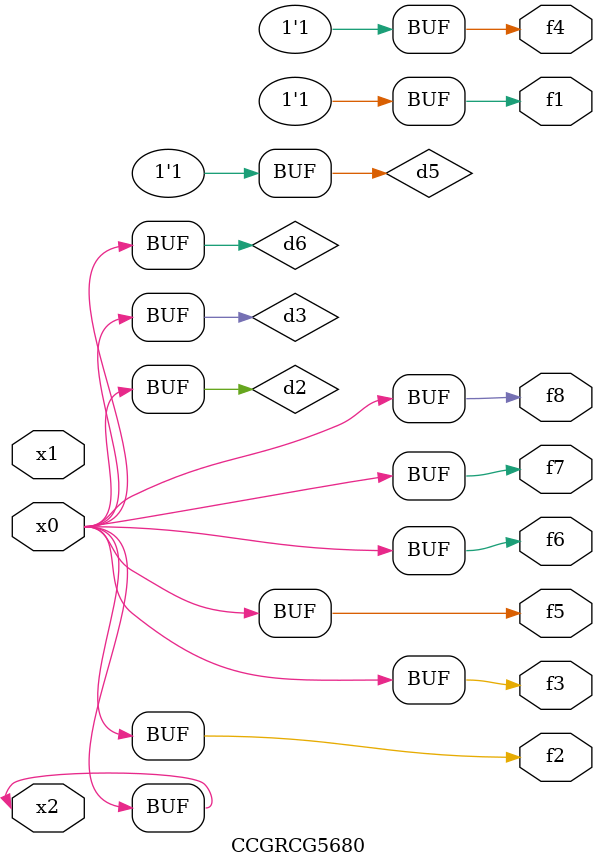
<source format=v>
module CCGRCG5680(
	input x0, x1, x2,
	output f1, f2, f3, f4, f5, f6, f7, f8
);

	wire d1, d2, d3, d4, d5, d6;

	xnor (d1, x2);
	buf (d2, x0, x2);
	and (d3, x0);
	xnor (d4, x1, x2);
	nand (d5, d1, d3);
	buf (d6, d2, d3);
	assign f1 = d5;
	assign f2 = d6;
	assign f3 = d6;
	assign f4 = d5;
	assign f5 = d6;
	assign f6 = d6;
	assign f7 = d6;
	assign f8 = d6;
endmodule

</source>
